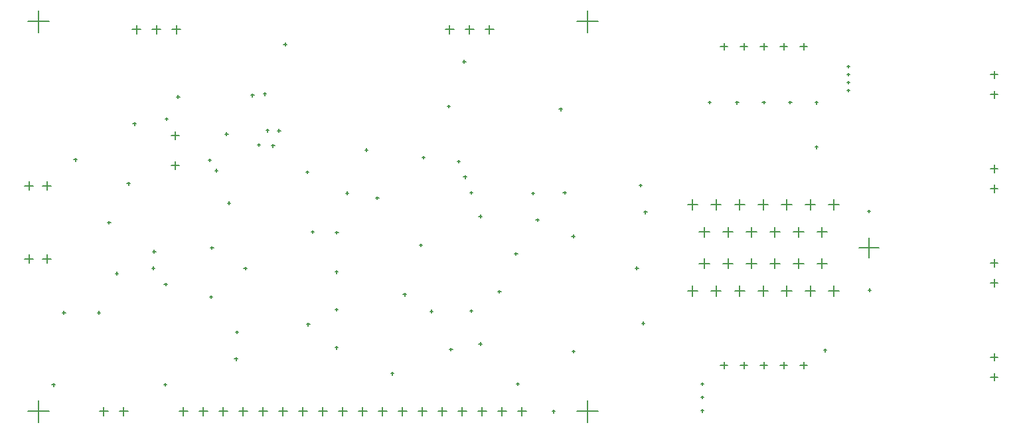
<source format=gbr>
%TF.GenerationSoftware,Altium Limited,Altium Designer,19.0.10 (269)*%
G04 Layer_Color=128*
%FSLAX26Y26*%
%MOIN*%
%TF.FileFunction,Drillmap*%
%TF.Part,Single*%
G01*
G75*
%TA.AperFunction,NonConductor*%
%ADD98C,0.005000*%
D98*
X29528Y1230315D02*
X72835D01*
X51181Y1208661D02*
Y1251968D01*
X118110Y864173D02*
X161417D01*
X139764Y842520D02*
Y885827D01*
X29528Y864173D02*
X72835D01*
X51181Y842520D02*
Y885827D01*
X118110Y1230315D02*
X161417D01*
X139764Y1208661D02*
Y1251968D01*
X2340551Y2015748D02*
X2383858D01*
X2362205Y1994094D02*
Y2037401D01*
X2240551Y2015748D02*
X2283858D01*
X2262205Y1994094D02*
Y2037401D01*
X2140551Y2015748D02*
X2183858D01*
X2162205Y1994094D02*
Y2037401D01*
X568898Y2015748D02*
X612205D01*
X590551Y1994094D02*
Y2037401D01*
X668898Y2015748D02*
X712205D01*
X690551Y1994094D02*
Y2037401D01*
X768898Y2015748D02*
X812205D01*
X790551Y1994094D02*
Y2037401D01*
X2504724Y98425D02*
X2548032D01*
X2526378Y76772D02*
Y120079D01*
X2404724Y98425D02*
X2448032D01*
X2426378Y76772D02*
Y120079D01*
X2304724Y98425D02*
X2348032D01*
X2326378Y76772D02*
Y120079D01*
X2204724Y98425D02*
X2248032D01*
X2226378Y76772D02*
Y120079D01*
X2104724Y98425D02*
X2148032D01*
X2126378Y76772D02*
Y120079D01*
X2004725Y98425D02*
X2048032D01*
X2026378Y76772D02*
Y120079D01*
X1904725Y98425D02*
X1948032D01*
X1926378Y76772D02*
Y120079D01*
X1804725Y98425D02*
X1848032D01*
X1826378Y76772D02*
Y120079D01*
X1704725Y98425D02*
X1748032D01*
X1726378Y76772D02*
Y120079D01*
X1604725Y98425D02*
X1648032D01*
X1626378Y76772D02*
Y120079D01*
X1504725Y98425D02*
X1548032D01*
X1526378Y76772D02*
Y120079D01*
X1404725Y98425D02*
X1448032D01*
X1426378Y76772D02*
Y120079D01*
X1304725Y98425D02*
X1348032D01*
X1326378Y76772D02*
Y120079D01*
X1204725Y98425D02*
X1248032D01*
X1226378Y76772D02*
Y120079D01*
X1104725Y98425D02*
X1148032D01*
X1126378Y76772D02*
Y120079D01*
X1004725Y98425D02*
X1048032D01*
X1026378Y76772D02*
Y120079D01*
X904725Y98425D02*
X948032D01*
X926378Y76772D02*
Y120079D01*
X804725Y98425D02*
X848032D01*
X826378Y76772D02*
Y120079D01*
X504724Y98425D02*
X548032D01*
X526378Y76772D02*
Y120079D01*
X404724Y98425D02*
X448031D01*
X426378Y76772D02*
Y120079D01*
X44291Y2055118D02*
X152559D01*
X98425Y2000984D02*
Y2109252D01*
X2800197Y2055118D02*
X2908465D01*
X2854331Y2000984D02*
Y2109252D01*
X2800197Y98425D02*
X2908465D01*
X2854331Y44291D02*
Y152559D01*
X44291Y98425D02*
X152559D01*
X98425Y44291D02*
Y152559D01*
X765748Y1334449D02*
X805118D01*
X785433Y1314764D02*
Y1354134D01*
X765748Y1484449D02*
X805118D01*
X785433Y1464764D02*
Y1504134D01*
X3357087Y703307D02*
X3408268D01*
X3382677Y677717D02*
Y728898D01*
X3475197Y703307D02*
X3526378D01*
X3500787Y677717D02*
Y728898D01*
X3593307Y703307D02*
X3644488D01*
X3618898Y677717D02*
Y728898D01*
X3711417Y703307D02*
X3762598D01*
X3737008Y677717D02*
Y728898D01*
X3829528Y703307D02*
X3880709D01*
X3855118Y677717D02*
Y728898D01*
X3947638Y703307D02*
X3998819D01*
X3973228Y677717D02*
Y728898D01*
X4065748Y703307D02*
X4116929D01*
X4091339Y677717D02*
Y728898D01*
X3416142Y841102D02*
X3467323D01*
X3441732Y815512D02*
Y866693D01*
X3534252Y841102D02*
X3585433D01*
X3559843Y815512D02*
Y866693D01*
X3652362Y841102D02*
X3703543D01*
X3677953Y815512D02*
Y866693D01*
X3770472Y841102D02*
X3821653D01*
X3796063Y815512D02*
Y866693D01*
X3888583Y841102D02*
X3939764D01*
X3914173Y815512D02*
Y866693D01*
X4006693Y841102D02*
X4057874D01*
X4032284Y815512D02*
Y866693D01*
X3416142Y998583D02*
X3467323D01*
X3441732Y972992D02*
Y1024173D01*
X3534252Y998583D02*
X3585433D01*
X3559843Y972992D02*
Y1024173D01*
X3652362Y998583D02*
X3703543D01*
X3677953Y972992D02*
Y1024173D01*
X3770472Y998583D02*
X3821653D01*
X3796063Y972992D02*
Y1024173D01*
X3888583Y998583D02*
X3939764D01*
X3914173Y972992D02*
Y1024173D01*
X4006693Y998583D02*
X4057874D01*
X4032284Y972992D02*
Y1024173D01*
X3357087Y1136378D02*
X3408268D01*
X3382677Y1110787D02*
Y1161968D01*
X3475197Y1136378D02*
X3526378D01*
X3500787Y1110787D02*
Y1161968D01*
X3593307Y1136378D02*
X3644488D01*
X3618898Y1110787D02*
Y1161968D01*
X3711417Y1136378D02*
X3762598D01*
X3737008Y1110787D02*
Y1161968D01*
X3829528Y1136378D02*
X3880709D01*
X3855118Y1110787D02*
Y1161968D01*
X3947638Y1136378D02*
X3998819D01*
X3973228Y1110787D02*
Y1161968D01*
X4065748Y1136378D02*
X4116929D01*
X4091339Y1110787D02*
Y1161968D01*
X4219291Y919842D02*
X4317717D01*
X4268504Y870630D02*
Y969055D01*
X3522441Y1930433D02*
X3557874D01*
X3540157Y1912717D02*
Y1948150D01*
X3622441Y1930433D02*
X3657874D01*
X3640157Y1912717D02*
Y1948150D01*
X3722441Y1930433D02*
X3757874D01*
X3740157Y1912717D02*
Y1948150D01*
X3822441Y1930433D02*
X3857874D01*
X3840157Y1912717D02*
Y1948150D01*
X3922441Y1930433D02*
X3957874D01*
X3940157Y1912717D02*
Y1948150D01*
X3922441Y330433D02*
X3957874D01*
X3940157Y312717D02*
Y348150D01*
X3822441Y330433D02*
X3857874D01*
X3840157Y312717D02*
Y348150D01*
X3722441Y330433D02*
X3757874D01*
X3740157Y312717D02*
Y348150D01*
X3622441Y330433D02*
X3657874D01*
X3640157Y312717D02*
Y348150D01*
X3522441Y330433D02*
X3557874D01*
X3540157Y312717D02*
Y348150D01*
X4877323Y1788937D02*
X4915905D01*
X4896614Y1769646D02*
Y1808228D01*
X4877323Y1688937D02*
X4915905D01*
X4896614Y1669646D02*
Y1708228D01*
X4877323Y1316496D02*
X4915905D01*
X4896614Y1297205D02*
Y1335787D01*
X4877323Y1216496D02*
X4915905D01*
X4896614Y1197205D02*
Y1235787D01*
X4877323Y844055D02*
X4915905D01*
X4896614Y824764D02*
Y863346D01*
X4877323Y744055D02*
X4915905D01*
X4896614Y724764D02*
Y763346D01*
X4877323Y371614D02*
X4915905D01*
X4896614Y352323D02*
Y390906D01*
X4877323Y271614D02*
X4915905D01*
X4896614Y252323D02*
Y290906D01*
X1227736Y1691929D02*
X1242736D01*
X1235236Y1684429D02*
Y1699429D01*
X1164744Y1685039D02*
X1179744D01*
X1172244Y1677539D02*
Y1692539D01*
X1240532Y1508858D02*
X1255532D01*
X1248032Y1501358D02*
Y1516358D01*
X1298602Y1507874D02*
X1313602D01*
X1306102Y1500374D02*
Y1515374D01*
X4157854Y1830669D02*
X4172854D01*
X4165354Y1823169D02*
Y1838169D01*
X4157854Y1790669D02*
X4172854D01*
X4165354Y1783169D02*
Y1798169D01*
X4157854Y1710669D02*
X4172854D01*
X4165354Y1703169D02*
Y1718169D01*
X4157854Y1750669D02*
X4172854D01*
X4165354Y1743169D02*
Y1758169D01*
X3460020Y1650591D02*
X3475020D01*
X3467520Y1643091D02*
Y1658091D01*
X3997421Y1648622D02*
X4012421D01*
X4004921Y1641122D02*
Y1656122D01*
X3598799Y1648622D02*
X3613799D01*
X3606299Y1641122D02*
Y1656122D01*
X3865532Y1649606D02*
X3880532D01*
X3873032Y1642106D02*
Y1657106D01*
X3732657Y1649606D02*
X3747657D01*
X3740157Y1642106D02*
Y1657106D01*
X1197225Y1436024D02*
X1212225D01*
X1204725Y1428524D02*
Y1443524D01*
X733642Y1566929D02*
X748642D01*
X741142Y1559429D02*
Y1574429D01*
X1329402Y1940945D02*
X1344402D01*
X1336902Y1933445D02*
Y1948445D01*
X2228720Y1854331D02*
X2243720D01*
X2236220Y1846831D02*
Y1861831D01*
X2010166Y933182D02*
X2025166D01*
X2017666Y925682D02*
Y940682D01*
X3138111Y1098425D02*
X3153111D01*
X3145611Y1090925D02*
Y1105925D01*
X3094862Y817913D02*
X3109862D01*
X3102362Y810413D02*
Y825413D01*
X3127756Y541339D02*
X3142756D01*
X3135256Y533839D02*
Y548839D01*
X4039744Y405512D02*
X4054744D01*
X4047244Y398012D02*
Y413012D01*
X3997421Y1425197D02*
X4012421D01*
X4004921Y1417697D02*
Y1432697D01*
X4264154Y708307D02*
X4279154D01*
X4271654Y700807D02*
Y715807D01*
X4260217Y1103975D02*
X4275217D01*
X4267717Y1096475D02*
Y1111475D01*
X1445256Y535118D02*
X1460256D01*
X1452756Y527618D02*
Y542618D01*
X671960Y901575D02*
X686960D01*
X679460Y894075D02*
Y909075D01*
X957067Y673228D02*
X972067D01*
X964567Y665728D02*
Y680728D01*
X1086988Y496063D02*
X1101988D01*
X1094488Y488563D02*
Y503563D01*
X165728Y232284D02*
X180728D01*
X173228Y224784D02*
Y239784D01*
X1047618Y1144410D02*
X1062618D01*
X1055118Y1136910D02*
Y1151910D01*
X444769Y1047244D02*
X459769D01*
X452269Y1039744D02*
Y1054744D01*
X275965Y1362205D02*
X290965D01*
X283465Y1354705D02*
Y1369705D01*
X1268091Y1432087D02*
X1283091D01*
X1275591Y1424587D02*
Y1439587D01*
X1441319Y1300440D02*
X1456319D01*
X1448819Y1292940D02*
Y1307940D01*
X1736594Y1411174D02*
X1751594D01*
X1744094Y1403674D02*
Y1418674D01*
X2023996Y1373032D02*
X2038996D01*
X2031496Y1365532D02*
Y1380532D01*
X1929508Y685039D02*
X1944508D01*
X1937008Y677539D02*
Y692539D01*
X2161791Y409449D02*
X2176791D01*
X2169291Y401949D02*
Y416949D01*
X2496437Y236220D02*
X2511437D01*
X2503937Y228720D02*
Y243720D01*
X2677539Y98425D02*
X2692539D01*
X2685039Y90925D02*
Y105925D01*
X2405476Y700787D02*
X2420476D01*
X2412976Y693287D02*
Y708287D01*
X2595846Y1059732D02*
X2610846D01*
X2603346Y1052232D02*
Y1067232D01*
X2732657Y1196850D02*
X2747657D01*
X2740157Y1189350D02*
Y1204350D01*
X2149980Y1629921D02*
X2164980D01*
X2157480Y1622421D02*
Y1637421D01*
X2713051Y1615157D02*
X2728051D01*
X2720551Y1607657D02*
Y1622657D01*
X3114547Y1233268D02*
X3129547D01*
X3122047Y1225768D02*
Y1240768D01*
X1467906Y1000079D02*
X1482906D01*
X1475406Y992579D02*
Y1007579D01*
X542224Y1241931D02*
X557224D01*
X549724Y1234431D02*
Y1249431D01*
X2309429Y1077756D02*
X2324429D01*
X2316929Y1070256D02*
Y1085256D01*
X2309429Y437992D02*
X2324429D01*
X2316929Y430492D02*
Y445492D01*
X2574193Y1193648D02*
X2589193D01*
X2581693Y1186148D02*
Y1201148D01*
X791713Y1678150D02*
X806713D01*
X799213Y1670650D02*
Y1685650D01*
X1129311Y815945D02*
X1144311D01*
X1136811Y808445D02*
Y823445D01*
X729705Y736221D02*
X744705D01*
X737205Y728721D02*
Y743721D01*
X1867500Y288386D02*
X1882500D01*
X1875000Y280886D02*
Y295886D01*
X2776791Y399606D02*
X2791791D01*
X2784291Y392106D02*
Y407106D01*
X3424351Y102362D02*
X3439351D01*
X3431851Y94862D02*
Y109862D01*
X3424351Y169291D02*
X3439351D01*
X3431851Y161791D02*
Y176791D01*
X3424351Y236220D02*
X3439351D01*
X3431851Y228720D02*
Y243720D01*
X1083051Y362205D02*
X1098051D01*
X1090551Y354705D02*
Y369705D01*
X2232657Y1275591D02*
X2247657D01*
X2240157Y1268091D02*
Y1283091D01*
X2264153Y1196850D02*
X2279153D01*
X2271653Y1189350D02*
Y1204350D01*
X2201161Y1353347D02*
X2216161D01*
X2208661Y1345847D02*
Y1360847D01*
X1588024Y418358D02*
X1603024D01*
X1595524Y410858D02*
Y425858D01*
X1587972Y798925D02*
X1602972D01*
X1595472Y791425D02*
Y806425D01*
X1587972Y610236D02*
X1602972D01*
X1595472Y602736D02*
Y617736D01*
X1588260Y997311D02*
X1603260D01*
X1595760Y989811D02*
Y1004811D01*
X1641122Y1194882D02*
X1656122D01*
X1648622Y1187382D02*
Y1202382D01*
X1791713Y1170276D02*
X1806713D01*
X1799213Y1162776D02*
Y1177776D01*
X666713Y817913D02*
X681713D01*
X674213Y810413D02*
Y825413D01*
X484626Y791339D02*
X499626D01*
X492126Y783839D02*
Y798839D01*
X218878Y594488D02*
X233878D01*
X226378Y586988D02*
Y601988D01*
X393091Y594488D02*
X408091D01*
X400591Y586988D02*
Y601988D01*
X961988Y920276D02*
X976988D01*
X969488Y912776D02*
Y927776D01*
X572224Y1542323D02*
X587224D01*
X579724Y1534823D02*
Y1549823D01*
X726752Y233268D02*
X741752D01*
X734252Y225768D02*
Y240768D01*
X2775866Y978248D02*
X2790866D01*
X2783366Y970748D02*
Y985748D01*
X2488563Y889764D02*
X2503563D01*
X2496063Y882264D02*
Y897264D01*
X951162Y1360236D02*
X966162D01*
X958662Y1352736D02*
Y1367736D01*
X984626Y1308071D02*
X999626D01*
X992126Y1300571D02*
Y1315571D01*
X1034823Y1491142D02*
X1049823D01*
X1042323Y1483642D02*
Y1498642D01*
X2063366Y601378D02*
X2078366D01*
X2070866Y593878D02*
Y608878D01*
X2263760Y602756D02*
X2278760D01*
X2271260Y595256D02*
Y610256D01*
%TF.MD5,f601ee6bbb3f516d92f02b57b1331070*%
M02*

</source>
